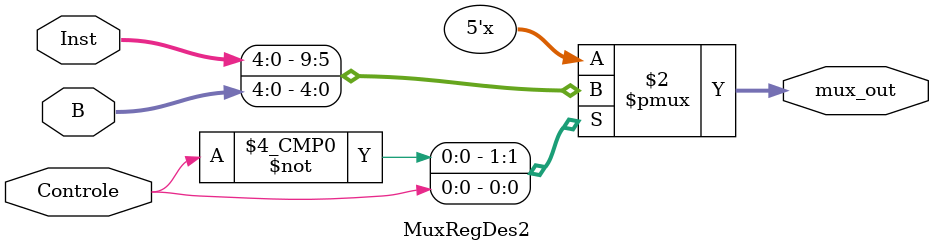
<source format=sv>
module MuxRegDes2(Controle, Inst, B, mux_out);

input Controle;
input [4:0] Inst;
input [4:0] B;
output reg [4:0] mux_out;

always @ (Controle)
begin

case(Controle)
1'd0:mux_out <= Inst;
1'd1:mux_out <= B;
endcase

end
endmodule 
</source>
